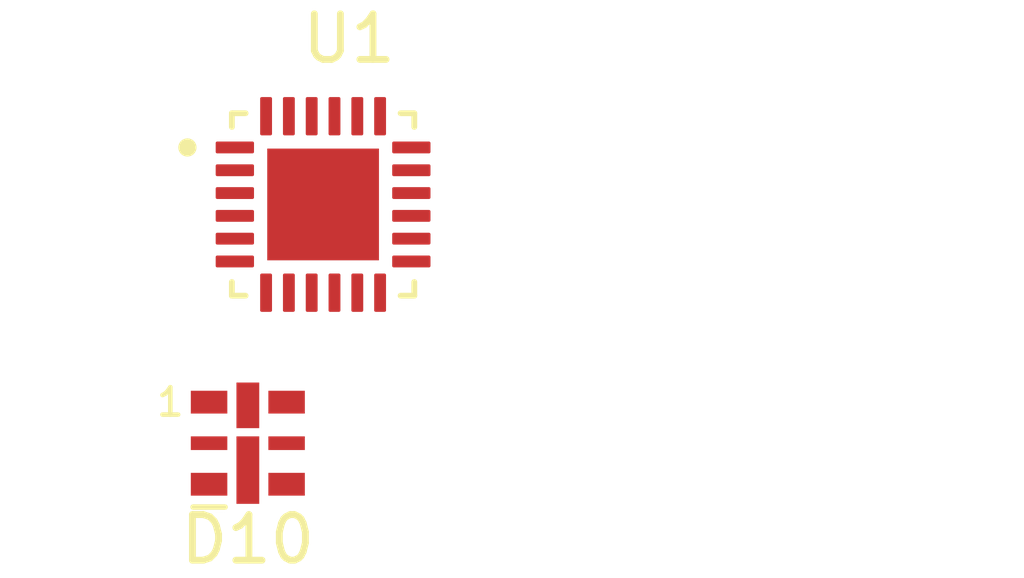
<source format=kicad_pcb>
(kicad_pcb (version 20241229) (generator "pcbnew") (generator_version "9.0")
  (layers (0 "F.Cu" signal) (2 "B.Cu" signal) (13 "F.Paste" user) (15 "B.Paste" user) (5 "F.SilkS" user "F.Silkscreen") (7 "B.SilkS" user "B.Silkscreen") (1 "F.Mask" user) (3 "B.Mask" user) (25 "Edge.Cuts" user))
  (net 0 "")
  (footprint "TCA8418:QFN50P400X400X80-25N" (layer "F.Cu") (at 139.3 88.165)
    (property "Reference" "U1" (at 0.57 -3.635 0) (layer "F.SilkS"))
    (property "Value" "TCA8418RTWR")
    (fp_line (start -2 -2) (end -2 -1.7) (stroke (width 0.127)) (layer "F.SilkS"))
    (fp_line (start -2 -2) (end -1.7 -2) (stroke (width 0.127)) (layer "F.SilkS"))
    (fp_line (start -2 2) (end -2 1.7) (stroke (width 0.127)) (layer "F.SilkS"))
    (fp_line (start -2 2) (end -1.7 2) (stroke (width 0.127)) (layer "F.SilkS"))
    (fp_line (start 2 -2) (end 1.7 -2) (stroke (width 0.127)) (layer "F.SilkS"))
    (fp_line (start 2 -2) (end 2 -1.7) (stroke (width 0.127)) (layer "F.SilkS"))
    (fp_line (start 2 2) (end 1.7 2) (stroke (width 0.127)) (layer "F.SilkS"))
    (fp_line (start 2 2) (end 2 1.7) (stroke (width 0.127)) (layer "F.SilkS"))
    (fp_circle (center -2.975 -1.25) (end -2.875 -1.25) (stroke (width 0.2)) (fill no) (layer "F.SilkS"))
    (pad "1" smd roundrect (at -1.935 -1.25) (size 0.84 0.26) (layers "F.Cu" "F.Mask" "F.Paste") (roundrect_rratio 0.125))
    (pad "2" smd roundrect (at -1.935 -0.75) (size 0.84 0.26) (layers "F.Cu" "F.Mask" "F.Paste") (roundrect_rratio 0.125))
    (pad "3" smd roundrect (at -1.935 -0.25) (size 0.84 0.26) (layers "F.Cu" "F.Mask" "F.Paste") (roundrect_rratio 0.125))
    (pad "4" smd roundrect (at -1.935 0.25) (size 0.84 0.26) (layers "F.Cu" "F.Mask" "F.Paste") (roundrect_rratio 0.125))
    (pad "5" smd roundrect (at -1.935 0.75) (size 0.84 0.26) (layers "F.Cu" "F.Mask" "F.Paste") (roundrect_rratio 0.125))
    (pad "6" smd roundrect (at -1.935 1.25) (size 0.84 0.26) (layers "F.Cu" "F.Mask" "F.Paste") (roundrect_rratio 0.125))
    (pad "7" smd roundrect (at -1.25 1.935) (size 0.26 0.84) (layers "F.Cu" "F.Mask" "F.Paste") (roundrect_rratio 0.125))
    (pad "8" smd roundrect (at -0.75 1.935) (size 0.26 0.84) (layers "F.Cu" "F.Mask" "F.Paste") (roundrect_rratio 0.125))
    (pad "9" smd roundrect (at -0.25 1.935) (size 0.26 0.84) (layers "F.Cu" "F.Mask" "F.Paste") (roundrect_rratio 0.125))
    (pad "10" smd roundrect (at 0.25 1.935) (size 0.26 0.84) (layers "F.Cu" "F.Mask" "F.Paste") (roundrect_rratio 0.125))
    (pad "11" smd roundrect (at 0.75 1.935) (size 0.26 0.84) (layers "F.Cu" "F.Mask" "F.Paste") (roundrect_rratio 0.125))
    (pad "12" smd roundrect (at 1.25 1.935) (size 0.26 0.84) (layers "F.Cu" "F.Mask" "F.Paste") (roundrect_rratio 0.125))
    (pad "13" smd roundrect (at 1.935 1.25) (size 0.84 0.26) (layers "F.Cu" "F.Mask" "F.Paste") (roundrect_rratio 0.125))
    (pad "14" smd roundrect (at 1.935 0.75) (size 0.84 0.26) (layers "F.Cu" "F.Mask" "F.Paste") (roundrect_rratio 0.125))
    (pad "15" smd roundrect (at 1.935 0.25) (size 0.84 0.26) (layers "F.Cu" "F.Mask" "F.Paste") (roundrect_rratio 0.125))
    (pad "16" smd roundrect (at 1.935 -0.25) (size 0.84 0.26) (layers "F.Cu" "F.Mask" "F.Paste") (roundrect_rratio 0.125))
    (pad "17" smd roundrect (at 1.935 -0.75) (size 0.84 0.26) (layers "F.Cu" "F.Mask" "F.Paste") (roundrect_rratio 0.125))
    (pad "18" smd roundrect (at 1.935 -1.25) (size 0.84 0.26) (layers "F.Cu" "F.Mask" "F.Paste") (roundrect_rratio 0.125))
    (pad "19" smd roundrect (at 1.25 -1.935) (size 0.26 0.84) (layers "F.Cu" "F.Mask" "F.Paste") (roundrect_rratio 0.125))
    (pad "20" smd roundrect (at 0.75 -1.935) (size 0.26 0.84) (layers "F.Cu" "F.Mask" "F.Paste") (roundrect_rratio 0.125))
    (pad "21" smd roundrect (at 0.25 -1.935) (size 0.26 0.84) (layers "F.Cu" "F.Mask" "F.Paste") (roundrect_rratio 0.125))
    (pad "22" smd roundrect (at -0.25 -1.935) (size 0.26 0.84) (layers "F.Cu" "F.Mask" "F.Paste") (roundrect_rratio 0.125))
    (pad "23" smd roundrect (at -0.75 -1.935) (size 0.26 0.84) (layers "F.Cu" "F.Mask" "F.Paste") (roundrect_rratio 0.125))
    (pad "24" smd roundrect (at -1.25 -1.935) (size 0.26 0.84) (layers "F.Cu" "F.Mask" "F.Paste") (roundrect_rratio 0.125))
    (pad "25" smd rect (at 0 0) (size 2.45 2.45) (layers "F.Cu" "F.Mask"))
  )
  (footprint "LED_SMD:LED-APA102-2020" (layer "F.Cu") (at 137.65 93.4)
    (property "Reference" "D10" (at 0 2.11 0) (layer "F.SilkS"))
    (property "Value" "APA102-2020")
    (fp_line (start -1.2 1.4) (end -0.5 1.4) (stroke (width 0.12)) (layer "F.SilkS"))
    (fp_text user "1" (at -1.7 -0.9 0) (layer "F.SilkS") (effects (font (size 0.6 0.6) (thickness 0.1))))
    (pad "1" smd rect (at -0.85 -0.9) (size 0.8 0.5) (layers "F.Cu" "F.Mask" "F.Paste"))
    (pad "1" smd rect (at 0 -0.83 90) (size 1 0.5) (layers "F.Cu" "F.Mask" "F.Paste"))
    (pad "2" smd rect (at -0.85 0) (size 0.8 0.3) (layers "F.Cu" "F.Mask" "F.Paste"))
    (pad "3" smd rect (at -0.85 0.9) (size 0.8 0.5) (layers "F.Cu" "F.Mask" "F.Paste"))
    (pad "4" smd rect (at 0.85 0.9) (size 0.8 0.5) (layers "F.Cu" "F.Mask" "F.Paste"))
    (pad "5" smd rect (at 0.85 0) (size 0.8 0.3) (layers "F.Cu" "F.Mask" "F.Paste"))
    (pad "6" smd rect (at 0 0.59 90) (size 1.48 0.5) (layers "F.Cu" "F.Mask" "F.Paste"))
    (pad "6" smd rect (at 0.85 -0.9) (size 0.8 0.5) (layers "F.Cu" "F.Mask" "F.Paste"))
  )
)
</source>
